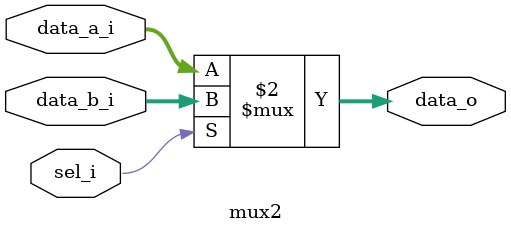
<source format=v>
`timescale 1ns / 1ps


module mux2(
    input [31:0] data_a_i,
    input [31:0] data_b_i,
    output [31:0] data_o,
    input sel_i
    );
    
assign data_o = (~sel_i) ? data_a_i : data_b_i;

endmodule

</source>
